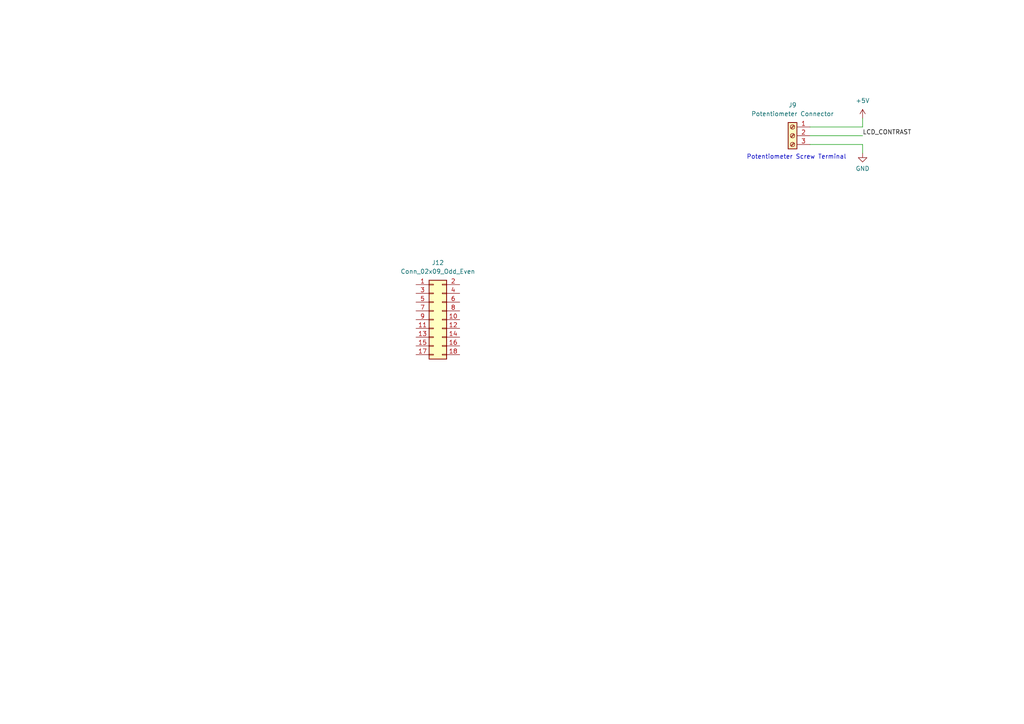
<source format=kicad_sch>
(kicad_sch (version 20231120) (generator "eeschema") (generator_version "8.0")
  (paper "A4")
  (lib_symbols
    (symbol "Connector:Screw_Terminal_01x03" (pin_names (offset 1.016) hide)
      (property "Reference" "J" (at 0 5.08 0))
      (property "Value" "Screw_Terminal_01x03" (at 0 -5.08 0))
      (symbol "Screw_Terminal_01x03_1_1"
        (rectangle (start -1.27 3.81) (end 1.27 -3.81) (stroke (width 0.254)) (fill (type background)))
        (circle (center 0 -2.54) (radius 0.635) (stroke (width 0.1524)))
        (polyline (pts (xy -0.5334 -2.2098) (xy 0.3302 -3.048)) (stroke (width 0.1524)))
        (polyline (pts (xy -0.5334 0.3302) (xy 0.3302 -0.508)) (stroke (width 0.1524)))
        (polyline (pts (xy -0.5334 2.8702) (xy 0.3302 2.032)) (stroke (width 0.1524)))
        (polyline (pts (xy -0.3556 -2.032) (xy 0.508 -2.8702)) (stroke (width 0.1524)))
        (polyline (pts (xy -0.3556 0.508) (xy 0.508 -0.3302)) (stroke (width 0.1524)))
        (polyline (pts (xy -0.3556 3.048) (xy 0.508 2.2098)) (stroke (width 0.1524)))
        (circle (center 0 0) (radius 0.635) (stroke (width 0.1524)))
        (circle (center 0 2.54) (radius 0.635) (stroke (width 0.1524)))
        (pin passive line (at -5.08 2.54 0) (length 3.81) (name "Pin_1") (number "1"))
        (pin passive line (at -5.08 0 0) (length 3.81) (name "Pin_2") (number "2"))
        (pin passive line (at -5.08 -2.54 0) (length 3.81) (name "Pin_3") (number "3"))
      )
    )
    (symbol "Connector_Generic:Conn_02x09_Odd_Even" (pin_names (offset 1.016) hide)
      (property "Reference" "J" (at 1.27 12.7 0))
      (property "Value" "Conn_02x09_Odd_Even" (at 1.27 -12.7 0))
      (symbol "Conn_02x09_Odd_Even_1_1"
        (rectangle (start -1.27 -10.033) (end 0 -10.287) (stroke (width 0.1524)))
        (rectangle (start -1.27 -7.493) (end 0 -7.747) (stroke (width 0.1524)))
        (rectangle (start -1.27 -4.953) (end 0 -5.207) (stroke (width 0.1524)))
        (rectangle (start -1.27 -2.413) (end 0 -2.667) (stroke (width 0.1524)))
        (rectangle (start -1.27 0.127) (end 0 -0.127) (stroke (width 0.1524)))
        (rectangle (start -1.27 2.667) (end 0 2.413) (stroke (width 0.1524)))
        (rectangle (start -1.27 5.207) (end 0 4.953) (stroke (width 0.1524)))
        (rectangle (start -1.27 7.747) (end 0 7.493) (stroke (width 0.1524)))
        (rectangle (start -1.27 10.287) (end 0 10.033) (stroke (width 0.1524)))
        (rectangle (start -1.27 11.43) (end 3.81 -11.43) (stroke (width 0.254)) (fill (type background)))
        (rectangle (start 3.81 -10.033) (end 2.54 -10.287) (stroke (width 0.1524)))
        (rectangle (start 3.81 -7.493) (end 2.54 -7.747) (stroke (width 0.1524)))
        (rectangle (start 3.81 -4.953) (end 2.54 -5.207) (stroke (width 0.1524)))
        (rectangle (start 3.81 -2.413) (end 2.54 -2.667) (stroke (width 0.1524)))
        (rectangle (start 3.81 0.127) (end 2.54 -0.127) (stroke (width 0.1524)))
        (rectangle (start 3.81 2.667) (end 2.54 2.413) (stroke (width 0.1524)))
        (rectangle (start 3.81 5.207) (end 2.54 4.953) (stroke (width 0.1524)))
        (rectangle (start 3.81 7.747) (end 2.54 7.493) (stroke (width 0.1524)))
        (rectangle (start 3.81 10.287) (end 2.54 10.033) (stroke (width 0.1524)))
        (pin passive line (at -5.08 10.16 0) (length 3.81) (name "Pin_1") (number "1"))
        (pin passive line (at 7.62 0 180) (length 3.81) (name "Pin_10") (number "10"))
        (pin passive line (at -5.08 -2.54 0) (length 3.81) (name "Pin_11") (number "11"))
        (pin passive line (at 7.62 -2.54 180) (length 3.81) (name "Pin_12") (number "12"))
        (pin passive line (at -5.08 -5.08 0) (length 3.81) (name "Pin_13") (number "13"))
        (pin passive line (at 7.62 -5.08 180) (length 3.81) (name "Pin_14") (number "14"))
        (pin passive line (at -5.08 -7.62 0) (length 3.81) (name "Pin_15") (number "15"))
        (pin passive line (at 7.62 -7.62 180) (length 3.81) (name "Pin_16") (number "16"))
        (pin passive line (at -5.08 -10.16 0) (length 3.81) (name "Pin_17") (number "17"))
        (pin passive line (at 7.62 -10.16 180) (length 3.81) (name "Pin_18") (number "18"))
        (pin passive line (at 7.62 10.16 180) (length 3.81) (name "Pin_2") (number "2"))
        (pin passive line (at -5.08 7.62 0) (length 3.81) (name "Pin_3") (number "3"))
        (pin passive line (at 7.62 7.62 180) (length 3.81) (name "Pin_4") (number "4"))
        (pin passive line (at -5.08 5.08 0) (length 3.81) (name "Pin_5") (number "5"))
        (pin passive line (at 7.62 5.08 180) (length 3.81) (name "Pin_6") (number "6"))
        (pin passive line (at -5.08 2.54 0) (length 3.81) (name "Pin_7") (number "7"))
        (pin passive line (at 7.62 2.54 180) (length 3.81) (name "Pin_8") (number "8"))
        (pin passive line (at -5.08 0 0) (length 3.81) (name "Pin_9") (number "9"))
      )
    )
    (symbol "power:+5V" (power) (pin_names (offset 0))
      (property "Value" "+5V" (at 0 3.556 0))
      (symbol "+5V_0_1"
        (polyline (pts (xy -0.762 1.27) (xy 0 2.54)))
        (polyline (pts (xy 0 0) (xy 0 2.54)))
        (polyline (pts (xy 0 2.54) (xy 0.762 1.27)))
      )
      (symbol "+5V_1_1"
        (pin power_in line (at 0 0 90) (length 0) hide (name "+5V") (number "1"))
      )
    )
    (symbol "power:GND" (power) (pin_names (offset 0))
      (property "Value" "GND" (at 0 -3.81 0))
      (symbol "GND_0_1"
        (polyline (pts (xy 0 0) (xy 0 -1.27) (xy 1.27 -1.27) (xy 0 -2.54) (xy -1.27 -1.27) (xy 0 -1.27)))
      )
      (symbol "GND_1_1"
        (pin power_in line (at 0 0 270) (length 0) hide (name "GND") (number "1"))
      )
    )
  )
  (wire (pts (xy 234.95 39.37) (xy 250.19 39.37)))
  (wire (pts (xy 234.95 41.91) (xy 250.19 41.91)))
  (wire (pts (xy 234.95 36.83) (xy 250.19 36.83)))
  (wire (pts (xy 250.19 41.91) (xy 250.19 44.45)))
  (wire (pts (xy 250.19 36.83) (xy 250.19 34.29)))
  (text "Potentiometer Screw Terminal" (at 216.535 46.355 0) (effects (font (size 1.27 1.27)) (justify left bottom)))
  (label "LCD_CONTRAST" (at 250.19 39.37 0))
  (symbol (lib_id "power:GND") (at 250.19 44.45 0) (unit 1)
    (property "Reference" "#PWR060" (effects (hide yes)))
    (property "Value" "GND" (at 250.19 48.895 0))
  )
  (symbol (lib_id "power:+5V") (at 250.19 34.29 0) (unit 1)
    (property "Reference" "#PWR059" (effects (hide yes)))
    (property "Value" "+5V" (at 250.19 29.21 0))
  )
  (symbol (lib_id "Connector:Screw_Terminal_01x03") (at 229.87 39.37 0) (mirror y) (unit 1)
    (property "Reference" "J9" (at 229.87 30.48 0))
    (property "Value" "Potentiometer Connector" (at 229.87 33.02 0))
    (property "Footprint" "TerminalBlock_Phoenix:TerminalBlock_Phoenix_MKDS-1,5-3-5.08_1x03_P5.08mm_Horizontal" (effects (hide yes)))
  )
  (symbol (lib_id "Connector_Generic:Conn_02x09_Odd_Even") (at 125.73 92.71 0) (unit 1)
    (property "Reference" "J12" (at 127 76.2 0))
    (property "Value" "Conn_02x09_Odd_Even" (at 127 78.74 0))
    (property "Description" "Generic connector, double row, 02x09, odd/even pin numbering scheme (row 1 odd numbers, row 2 even numbers), script generated (kicad-library-utils/schlib/autogen/connector/)" (effects (hide yes)))
  )
)
</source>
